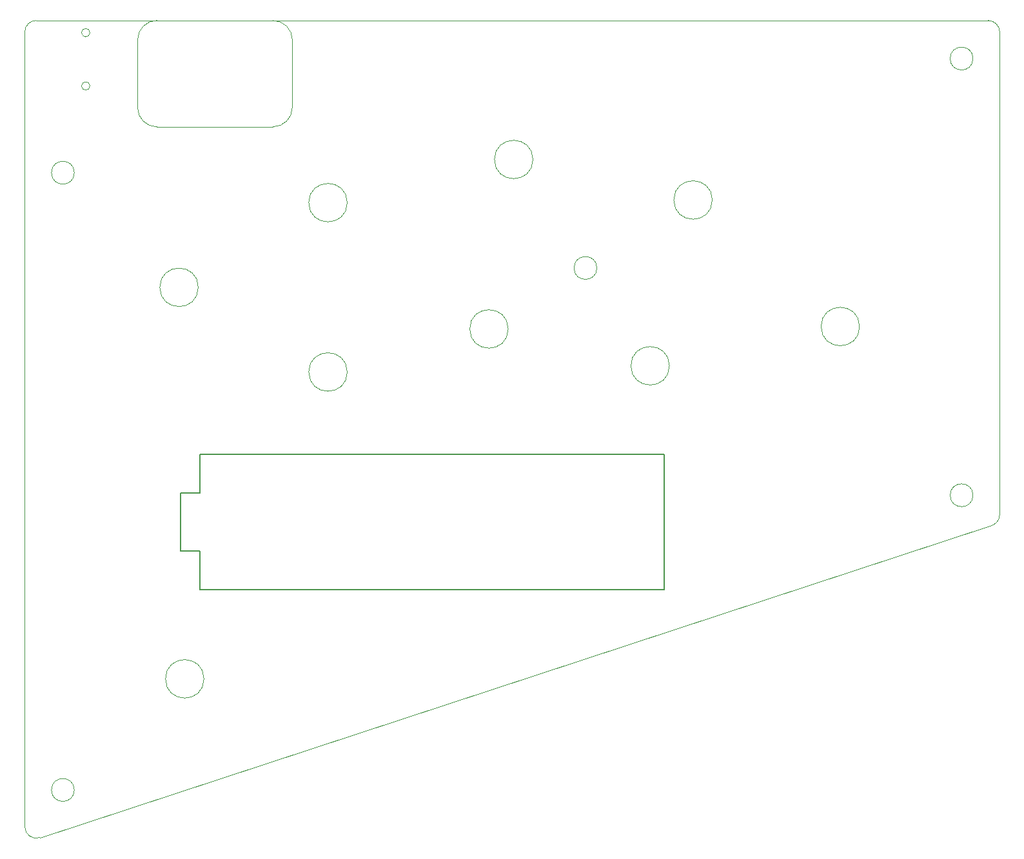
<source format=gm1>
G04 #@! TF.GenerationSoftware,KiCad,Pcbnew,8.0.2*
G04 #@! TF.CreationDate,2024-05-28T17:08:08+09:00*
G04 #@! TF.ProjectId,LLv2_R,4c4c7632-5f52-42e6-9b69-6361645f7063,rev?*
G04 #@! TF.SameCoordinates,Original*
G04 #@! TF.FileFunction,Profile,NP*
%FSLAX46Y46*%
G04 Gerber Fmt 4.6, Leading zero omitted, Abs format (unit mm)*
G04 Created by KiCad (PCBNEW 8.0.2) date 2024-05-28 17:08:08*
%MOMM*%
%LPD*%
G01*
G04 APERTURE LIST*
G04 #@! TA.AperFunction,Profile*
%ADD10C,0.050000*%
G04 #@! TD*
G04 #@! TA.AperFunction,Profile*
%ADD11C,0.100000*%
G04 #@! TD*
G04 #@! TA.AperFunction,Profile*
%ADD12C,0.200000*%
G04 #@! TD*
G04 APERTURE END LIST*
D10*
X124500000Y-62378401D02*
G75*
G02*
X121500000Y-62378401I-1500000J0D01*
G01*
X121500000Y-62378401D02*
G75*
G02*
X124500000Y-62378401I1500000J0D01*
G01*
X6500000Y-101097093D02*
G75*
G02*
X3500000Y-101097093I-1500000J0D01*
G01*
X3500000Y-101097093D02*
G75*
G02*
X6500000Y-101097093I1500000J0D01*
G01*
D11*
X128000000Y-64913565D02*
X128000000Y-1500000D01*
X128000000Y-64913565D02*
G75*
G02*
X126967646Y-66338774I-1500600J465D01*
G01*
D10*
X6500000Y-20000000D02*
G75*
G02*
X3500000Y-20000000I-1500000J0D01*
G01*
X3500000Y-20000000D02*
G75*
G02*
X6500000Y-20000000I1500000J0D01*
G01*
D11*
X0Y-1500000D02*
G75*
G02*
X1500000Y0I1499997J3D01*
G01*
X126500000Y0D02*
G75*
G02*
X128000000Y-1500000I0J-1500000D01*
G01*
X126967655Y-66338802D02*
X1973000Y-107354000D01*
D10*
X124500000Y-5000000D02*
G75*
G02*
X121500000Y-5000000I-1500000J0D01*
G01*
X121500000Y-5000000D02*
G75*
G02*
X124500000Y-5000000I1500000J0D01*
G01*
X75115962Y-32515556D02*
G75*
G02*
X72115962Y-32515556I-1500000J0D01*
G01*
X72115962Y-32515556D02*
G75*
G02*
X75115962Y-32515556I1500000J0D01*
G01*
D11*
X1973000Y-107354000D02*
G75*
G02*
X0Y-105929000I-470415J1427051D01*
G01*
X1500000Y0D02*
X126500000Y0D01*
X0Y-105929000D02*
X0Y-1500000D01*
D10*
G04 #@! TO.C,\u00D7*
X42336000Y-46183000D02*
G75*
G02*
X37286000Y-46183000I-2525000J0D01*
G01*
X37286000Y-46183000D02*
G75*
G02*
X42336000Y-46183000I2525000J0D01*
G01*
D11*
G04 #@! TO.C,J1*
X8550000Y-1600000D02*
G75*
G02*
X7450000Y-1600000I-550000J0D01*
G01*
X7450000Y-1600000D02*
G75*
G02*
X8550000Y-1600000I550000J0D01*
G01*
X8550000Y-8600000D02*
G75*
G02*
X7450000Y-8600000I-550000J0D01*
G01*
X7450000Y-8600000D02*
G75*
G02*
X8550000Y-8600000I550000J0D01*
G01*
D10*
G04 #@! TO.C,\u3007*
X63472000Y-40526000D02*
G75*
G02*
X58422000Y-40526000I-2525000J0D01*
G01*
X58422000Y-40526000D02*
G75*
G02*
X63472000Y-40526000I2525000J0D01*
G01*
G04 #@! TO.C,L2*
X23525000Y-86500000D02*
G75*
G02*
X18475000Y-86500000I-2525000J0D01*
G01*
X18475000Y-86500000D02*
G75*
G02*
X23525000Y-86500000I2525000J0D01*
G01*
G04 #@! TO.C,\u25B3*
X66720000Y-18261000D02*
G75*
G02*
X61670000Y-18261000I-2525000J0D01*
G01*
X61670000Y-18261000D02*
G75*
G02*
X66720000Y-18261000I2525000J0D01*
G01*
D12*
G04 #@! TO.C,Teensy4.1*
X20460000Y-62080000D02*
X20460000Y-69700000D01*
X23000000Y-57000000D02*
X23000000Y-62080000D01*
X23000000Y-62080000D02*
X20460000Y-62080000D01*
X23000000Y-69700000D02*
X20460000Y-69700000D01*
X23000000Y-69700000D02*
X23000000Y-74780000D01*
X23000000Y-74780000D02*
X83960000Y-74780000D01*
X83960000Y-57000000D02*
X23000000Y-57000000D01*
X83960000Y-74780000D02*
X83960000Y-57000000D01*
D10*
G04 #@! TO.C,R1*
X90268000Y-23584000D02*
G75*
G02*
X85218000Y-23584000I-2525000J0D01*
G01*
X85218000Y-23584000D02*
G75*
G02*
X90268000Y-23584000I2525000J0D01*
G01*
G04 #@! TO.C,R2*
X84635000Y-45367000D02*
G75*
G02*
X79585000Y-45367000I-2525000J0D01*
G01*
X79585000Y-45367000D02*
G75*
G02*
X84635000Y-45367000I2525000J0D01*
G01*
G04 #@! TO.C,R3*
X22779000Y-35058000D02*
G75*
G02*
X17729000Y-35058000I-2525000J0D01*
G01*
X17729000Y-35058000D02*
G75*
G02*
X22779000Y-35058000I2525000J0D01*
G01*
G04 #@! TO.C,L1*
X109607000Y-40205000D02*
G75*
G02*
X104557000Y-40205000I-2525000J0D01*
G01*
X104557000Y-40205000D02*
G75*
G02*
X109607000Y-40205000I2525000J0D01*
G01*
D11*
G04 #@! TO.C,4090USBCBreakout1*
X14810000Y-11430000D02*
X14810000Y-2540000D01*
X17350000Y-13970000D02*
X32590000Y-13970000D01*
X32590000Y0D02*
X17350000Y0D01*
X35130000Y-2540000D02*
X35130000Y-11430000D01*
X14810000Y-2540000D02*
G75*
G02*
X17350000Y0I2539997J3D01*
G01*
X17350000Y-13970000D02*
G75*
G02*
X14810000Y-11430000I0J2540000D01*
G01*
X32590000Y0D02*
G75*
G02*
X35130000Y-2540000I0J-2540000D01*
G01*
X35130000Y-11430000D02*
G75*
G02*
X32590000Y-13970000I-2540000J0D01*
G01*
D10*
G04 #@! TO.C,\u25A1*
X42336000Y-23933000D02*
G75*
G02*
X37286000Y-23933000I-2525000J0D01*
G01*
X37286000Y-23933000D02*
G75*
G02*
X42336000Y-23933000I2525000J0D01*
G01*
G04 #@! TD*
M02*

</source>
